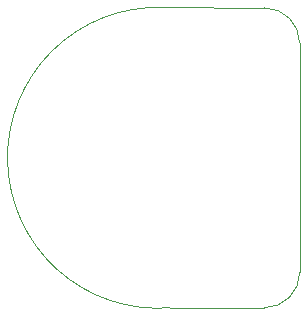
<source format=gbr>
%TF.GenerationSoftware,KiCad,Pcbnew,8.0.6*%
%TF.CreationDate,2024-11-27T15:34:58-05:00*%
%TF.ProjectId,lightboard,6c696768-7462-46f6-9172-642e6b696361,rev?*%
%TF.SameCoordinates,Original*%
%TF.FileFunction,Profile,NP*%
%FSLAX46Y46*%
G04 Gerber Fmt 4.6, Leading zero omitted, Abs format (unit mm)*
G04 Created by KiCad (PCBNEW 8.0.6) date 2024-11-27 15:34:58*
%MOMM*%
%LPD*%
G01*
G04 APERTURE LIST*
%TA.AperFunction,Profile*%
%ADD10C,0.050000*%
%TD*%
G04 APERTURE END LIST*
D10*
X195500000Y-79300000D02*
G75*
G02*
X198500000Y-82300000I0J-3000000D01*
G01*
X195500000Y-104700000D02*
X187500000Y-104700000D01*
X198500000Y-101700000D02*
G75*
G02*
X195500000Y-104700000I-3000000J0D01*
G01*
X198500000Y-82300000D02*
X198500000Y-101700000D01*
X186934043Y-79268087D02*
X195500000Y-79300000D01*
X187500000Y-104700000D02*
G75*
G02*
X186934043Y-79268087I-1000000J12700000D01*
G01*
M02*

</source>
